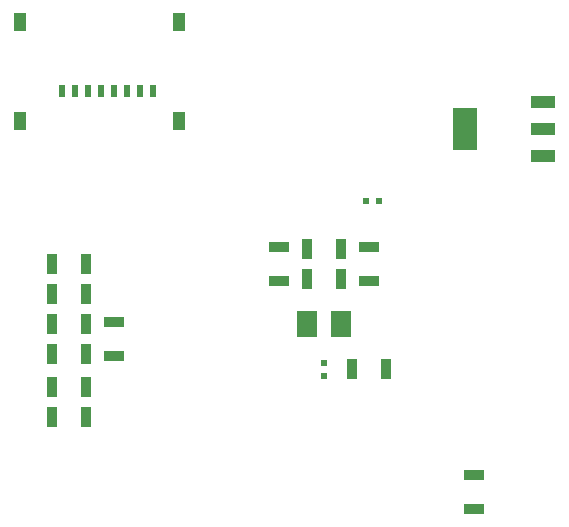
<source format=gbp>
G04 #@! TF.FileFunction,Paste,Bot*
%FSLAX46Y46*%
G04 Gerber Fmt 4.6, Leading zero omitted, Abs format (unit mm)*
G04 Created by KiCad (PCBNEW 4.0.1-stable) date Sun 03 Jan 2016 01:50:34 PM EET*
%MOMM*%
G01*
G04 APERTURE LIST*
%ADD10C,0.100000*%
%ADD11R,0.599440X1.049020*%
%ADD12R,1.049020X1.501140*%
%ADD13R,1.800000X2.230000*%
%ADD14R,0.600000X0.500000*%
%ADD15R,0.500000X0.600000*%
%ADD16R,1.700000X0.900000*%
%ADD17R,0.900000X1.700000*%
%ADD18R,2.032000X3.657600*%
%ADD19R,2.032000X1.016000*%
G04 APERTURE END LIST*
D10*
D11*
X127640080Y-79319120D03*
X128739900Y-79319120D03*
X129839720Y-79319120D03*
X130939540Y-79319120D03*
X132039360Y-79319120D03*
X133139180Y-79319120D03*
X134239000Y-79319120D03*
X135338820Y-79319120D03*
D12*
X124084080Y-81848960D03*
X137535920Y-81848960D03*
X124084080Y-73449180D03*
X137535920Y-73449180D03*
D13*
X151320000Y-99060000D03*
X148400000Y-99060000D03*
D14*
X153374000Y-88646000D03*
X154474000Y-88646000D03*
D15*
X149860000Y-103420000D03*
X149860000Y-102320000D03*
D16*
X153670000Y-95430000D03*
X153670000Y-92530000D03*
D17*
X126820000Y-106934000D03*
X129720000Y-106934000D03*
X129720000Y-104394000D03*
X126820000Y-104394000D03*
X148410000Y-95250000D03*
X151310000Y-95250000D03*
X152220000Y-102870000D03*
X155120000Y-102870000D03*
D16*
X132080000Y-101780000D03*
X132080000Y-98880000D03*
D17*
X148410000Y-92710000D03*
X151310000Y-92710000D03*
D16*
X162560000Y-114734000D03*
X162560000Y-111834000D03*
X146050000Y-92530000D03*
X146050000Y-95430000D03*
D17*
X129720000Y-93980000D03*
X126820000Y-93980000D03*
X129720000Y-96520000D03*
X126820000Y-96520000D03*
X129720000Y-99060000D03*
X126820000Y-99060000D03*
X129720000Y-101600000D03*
X126820000Y-101600000D03*
D18*
X161798000Y-82550000D03*
D19*
X168402000Y-82550000D03*
X168402000Y-84836000D03*
X168402000Y-80264000D03*
M02*

</source>
